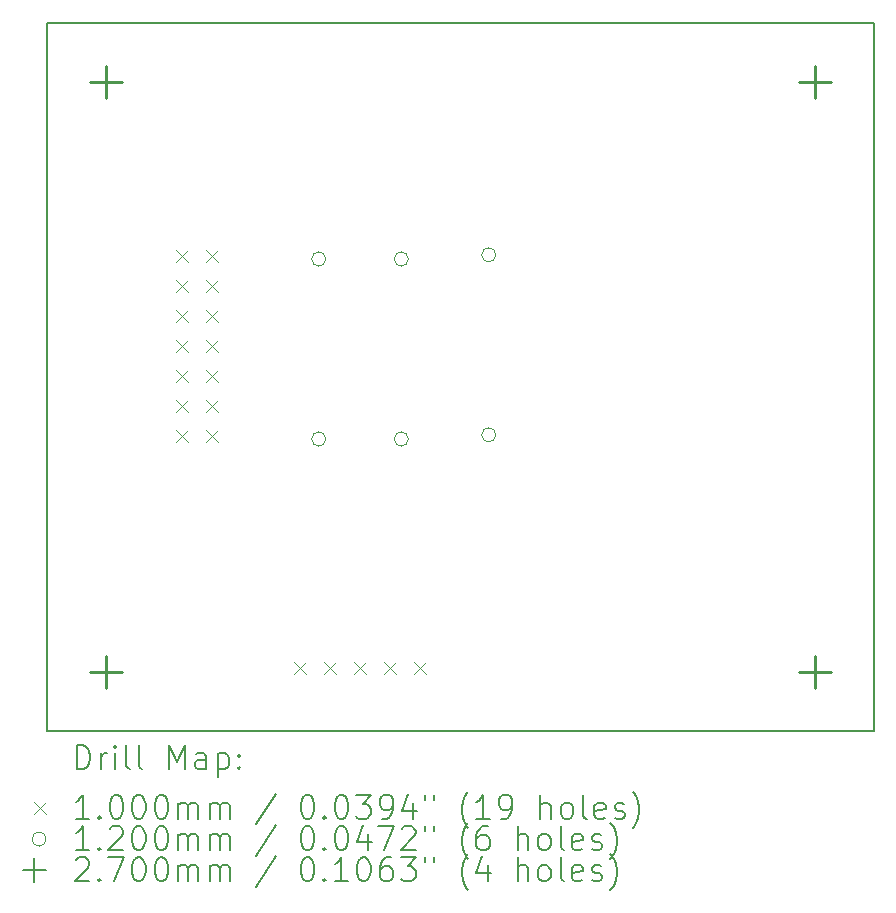
<source format=gbr>
%TF.GenerationSoftware,KiCad,Pcbnew,8.0.6*%
%TF.CreationDate,2025-01-14T22:15:54-05:00*%
%TF.ProjectId,rl78_debug_adapter_rev5,726c3738-5f64-4656-9275-675f61646170,rev?*%
%TF.SameCoordinates,Original*%
%TF.FileFunction,Drillmap*%
%TF.FilePolarity,Positive*%
%FSLAX45Y45*%
G04 Gerber Fmt 4.5, Leading zero omitted, Abs format (unit mm)*
G04 Created by KiCad (PCBNEW 8.0.6) date 2025-01-14 22:15:54*
%MOMM*%
%LPD*%
G01*
G04 APERTURE LIST*
%ADD10C,0.150000*%
%ADD11C,0.200000*%
%ADD12C,0.100000*%
%ADD13C,0.120000*%
%ADD14C,0.270000*%
G04 APERTURE END LIST*
D10*
X6000000Y-9000000D02*
X6000000Y-3000000D01*
X13000000Y-9000000D02*
X6000000Y-9000000D01*
X13000000Y-3000000D02*
X6000000Y-3000000D01*
X13000000Y-3000000D02*
X13000000Y-9000000D01*
D11*
D12*
X7096000Y-4926000D02*
X7196000Y-5026000D01*
X7196000Y-4926000D02*
X7096000Y-5026000D01*
X7096000Y-5180000D02*
X7196000Y-5280000D01*
X7196000Y-5180000D02*
X7096000Y-5280000D01*
X7096000Y-5434000D02*
X7196000Y-5534000D01*
X7196000Y-5434000D02*
X7096000Y-5534000D01*
X7096000Y-5688000D02*
X7196000Y-5788000D01*
X7196000Y-5688000D02*
X7096000Y-5788000D01*
X7096000Y-5942000D02*
X7196000Y-6042000D01*
X7196000Y-5942000D02*
X7096000Y-6042000D01*
X7096000Y-6196000D02*
X7196000Y-6296000D01*
X7196000Y-6196000D02*
X7096000Y-6296000D01*
X7096000Y-6450000D02*
X7196000Y-6550000D01*
X7196000Y-6450000D02*
X7096000Y-6550000D01*
X7350000Y-4926000D02*
X7450000Y-5026000D01*
X7450000Y-4926000D02*
X7350000Y-5026000D01*
X7350000Y-5180000D02*
X7450000Y-5280000D01*
X7450000Y-5180000D02*
X7350000Y-5280000D01*
X7350000Y-5434000D02*
X7450000Y-5534000D01*
X7450000Y-5434000D02*
X7350000Y-5534000D01*
X7350000Y-5688000D02*
X7450000Y-5788000D01*
X7450000Y-5688000D02*
X7350000Y-5788000D01*
X7350000Y-5942000D02*
X7450000Y-6042000D01*
X7450000Y-5942000D02*
X7350000Y-6042000D01*
X7350000Y-6196000D02*
X7450000Y-6296000D01*
X7450000Y-6196000D02*
X7350000Y-6296000D01*
X7350000Y-6450000D02*
X7450000Y-6550000D01*
X7450000Y-6450000D02*
X7350000Y-6550000D01*
X8090000Y-8415000D02*
X8190000Y-8515000D01*
X8190000Y-8415000D02*
X8090000Y-8515000D01*
X8344000Y-8415000D02*
X8444000Y-8515000D01*
X8444000Y-8415000D02*
X8344000Y-8515000D01*
X8598000Y-8415000D02*
X8698000Y-8515000D01*
X8698000Y-8415000D02*
X8598000Y-8515000D01*
X8852000Y-8415000D02*
X8952000Y-8515000D01*
X8952000Y-8415000D02*
X8852000Y-8515000D01*
X9106000Y-8415000D02*
X9206000Y-8515000D01*
X9206000Y-8415000D02*
X9106000Y-8515000D01*
D13*
X8360000Y-5000000D02*
G75*
G02*
X8240000Y-5000000I-60000J0D01*
G01*
X8240000Y-5000000D02*
G75*
G02*
X8360000Y-5000000I60000J0D01*
G01*
X8360000Y-6524000D02*
G75*
G02*
X8240000Y-6524000I-60000J0D01*
G01*
X8240000Y-6524000D02*
G75*
G02*
X8360000Y-6524000I60000J0D01*
G01*
X9060000Y-5000000D02*
G75*
G02*
X8940000Y-5000000I-60000J0D01*
G01*
X8940000Y-5000000D02*
G75*
G02*
X9060000Y-5000000I60000J0D01*
G01*
X9060000Y-6524000D02*
G75*
G02*
X8940000Y-6524000I-60000J0D01*
G01*
X8940000Y-6524000D02*
G75*
G02*
X9060000Y-6524000I60000J0D01*
G01*
X9800000Y-4965000D02*
G75*
G02*
X9680000Y-4965000I-60000J0D01*
G01*
X9680000Y-4965000D02*
G75*
G02*
X9800000Y-4965000I60000J0D01*
G01*
X9800000Y-6489000D02*
G75*
G02*
X9680000Y-6489000I-60000J0D01*
G01*
X9680000Y-6489000D02*
G75*
G02*
X9800000Y-6489000I60000J0D01*
G01*
D14*
X6500000Y-3365000D02*
X6500000Y-3635000D01*
X6365000Y-3500000D02*
X6635000Y-3500000D01*
X6500000Y-8365000D02*
X6500000Y-8635000D01*
X6365000Y-8500000D02*
X6635000Y-8500000D01*
X12500000Y-3365000D02*
X12500000Y-3635000D01*
X12365000Y-3500000D02*
X12635000Y-3500000D01*
X12500000Y-8365000D02*
X12500000Y-8635000D01*
X12365000Y-8500000D02*
X12635000Y-8500000D01*
D11*
X6253277Y-9318984D02*
X6253277Y-9118984D01*
X6253277Y-9118984D02*
X6300896Y-9118984D01*
X6300896Y-9118984D02*
X6329467Y-9128508D01*
X6329467Y-9128508D02*
X6348515Y-9147555D01*
X6348515Y-9147555D02*
X6358039Y-9166603D01*
X6358039Y-9166603D02*
X6367562Y-9204698D01*
X6367562Y-9204698D02*
X6367562Y-9233270D01*
X6367562Y-9233270D02*
X6358039Y-9271365D01*
X6358039Y-9271365D02*
X6348515Y-9290412D01*
X6348515Y-9290412D02*
X6329467Y-9309460D01*
X6329467Y-9309460D02*
X6300896Y-9318984D01*
X6300896Y-9318984D02*
X6253277Y-9318984D01*
X6453277Y-9318984D02*
X6453277Y-9185650D01*
X6453277Y-9223746D02*
X6462801Y-9204698D01*
X6462801Y-9204698D02*
X6472324Y-9195174D01*
X6472324Y-9195174D02*
X6491372Y-9185650D01*
X6491372Y-9185650D02*
X6510420Y-9185650D01*
X6577086Y-9318984D02*
X6577086Y-9185650D01*
X6577086Y-9118984D02*
X6567562Y-9128508D01*
X6567562Y-9128508D02*
X6577086Y-9138031D01*
X6577086Y-9138031D02*
X6586610Y-9128508D01*
X6586610Y-9128508D02*
X6577086Y-9118984D01*
X6577086Y-9118984D02*
X6577086Y-9138031D01*
X6700896Y-9318984D02*
X6681848Y-9309460D01*
X6681848Y-9309460D02*
X6672324Y-9290412D01*
X6672324Y-9290412D02*
X6672324Y-9118984D01*
X6805658Y-9318984D02*
X6786610Y-9309460D01*
X6786610Y-9309460D02*
X6777086Y-9290412D01*
X6777086Y-9290412D02*
X6777086Y-9118984D01*
X7034229Y-9318984D02*
X7034229Y-9118984D01*
X7034229Y-9118984D02*
X7100896Y-9261841D01*
X7100896Y-9261841D02*
X7167562Y-9118984D01*
X7167562Y-9118984D02*
X7167562Y-9318984D01*
X7348515Y-9318984D02*
X7348515Y-9214222D01*
X7348515Y-9214222D02*
X7338991Y-9195174D01*
X7338991Y-9195174D02*
X7319943Y-9185650D01*
X7319943Y-9185650D02*
X7281848Y-9185650D01*
X7281848Y-9185650D02*
X7262801Y-9195174D01*
X7348515Y-9309460D02*
X7329467Y-9318984D01*
X7329467Y-9318984D02*
X7281848Y-9318984D01*
X7281848Y-9318984D02*
X7262801Y-9309460D01*
X7262801Y-9309460D02*
X7253277Y-9290412D01*
X7253277Y-9290412D02*
X7253277Y-9271365D01*
X7253277Y-9271365D02*
X7262801Y-9252317D01*
X7262801Y-9252317D02*
X7281848Y-9242793D01*
X7281848Y-9242793D02*
X7329467Y-9242793D01*
X7329467Y-9242793D02*
X7348515Y-9233270D01*
X7443753Y-9185650D02*
X7443753Y-9385650D01*
X7443753Y-9195174D02*
X7462801Y-9185650D01*
X7462801Y-9185650D02*
X7500896Y-9185650D01*
X7500896Y-9185650D02*
X7519943Y-9195174D01*
X7519943Y-9195174D02*
X7529467Y-9204698D01*
X7529467Y-9204698D02*
X7538991Y-9223746D01*
X7538991Y-9223746D02*
X7538991Y-9280889D01*
X7538991Y-9280889D02*
X7529467Y-9299936D01*
X7529467Y-9299936D02*
X7519943Y-9309460D01*
X7519943Y-9309460D02*
X7500896Y-9318984D01*
X7500896Y-9318984D02*
X7462801Y-9318984D01*
X7462801Y-9318984D02*
X7443753Y-9309460D01*
X7624705Y-9299936D02*
X7634229Y-9309460D01*
X7634229Y-9309460D02*
X7624705Y-9318984D01*
X7624705Y-9318984D02*
X7615182Y-9309460D01*
X7615182Y-9309460D02*
X7624705Y-9299936D01*
X7624705Y-9299936D02*
X7624705Y-9318984D01*
X7624705Y-9195174D02*
X7634229Y-9204698D01*
X7634229Y-9204698D02*
X7624705Y-9214222D01*
X7624705Y-9214222D02*
X7615182Y-9204698D01*
X7615182Y-9204698D02*
X7624705Y-9195174D01*
X7624705Y-9195174D02*
X7624705Y-9214222D01*
D12*
X5892500Y-9597500D02*
X5992500Y-9697500D01*
X5992500Y-9597500D02*
X5892500Y-9697500D01*
D11*
X6358039Y-9738984D02*
X6243753Y-9738984D01*
X6300896Y-9738984D02*
X6300896Y-9538984D01*
X6300896Y-9538984D02*
X6281848Y-9567555D01*
X6281848Y-9567555D02*
X6262801Y-9586603D01*
X6262801Y-9586603D02*
X6243753Y-9596127D01*
X6443753Y-9719936D02*
X6453277Y-9729460D01*
X6453277Y-9729460D02*
X6443753Y-9738984D01*
X6443753Y-9738984D02*
X6434229Y-9729460D01*
X6434229Y-9729460D02*
X6443753Y-9719936D01*
X6443753Y-9719936D02*
X6443753Y-9738984D01*
X6577086Y-9538984D02*
X6596134Y-9538984D01*
X6596134Y-9538984D02*
X6615182Y-9548508D01*
X6615182Y-9548508D02*
X6624705Y-9558031D01*
X6624705Y-9558031D02*
X6634229Y-9577079D01*
X6634229Y-9577079D02*
X6643753Y-9615174D01*
X6643753Y-9615174D02*
X6643753Y-9662793D01*
X6643753Y-9662793D02*
X6634229Y-9700889D01*
X6634229Y-9700889D02*
X6624705Y-9719936D01*
X6624705Y-9719936D02*
X6615182Y-9729460D01*
X6615182Y-9729460D02*
X6596134Y-9738984D01*
X6596134Y-9738984D02*
X6577086Y-9738984D01*
X6577086Y-9738984D02*
X6558039Y-9729460D01*
X6558039Y-9729460D02*
X6548515Y-9719936D01*
X6548515Y-9719936D02*
X6538991Y-9700889D01*
X6538991Y-9700889D02*
X6529467Y-9662793D01*
X6529467Y-9662793D02*
X6529467Y-9615174D01*
X6529467Y-9615174D02*
X6538991Y-9577079D01*
X6538991Y-9577079D02*
X6548515Y-9558031D01*
X6548515Y-9558031D02*
X6558039Y-9548508D01*
X6558039Y-9548508D02*
X6577086Y-9538984D01*
X6767562Y-9538984D02*
X6786610Y-9538984D01*
X6786610Y-9538984D02*
X6805658Y-9548508D01*
X6805658Y-9548508D02*
X6815182Y-9558031D01*
X6815182Y-9558031D02*
X6824705Y-9577079D01*
X6824705Y-9577079D02*
X6834229Y-9615174D01*
X6834229Y-9615174D02*
X6834229Y-9662793D01*
X6834229Y-9662793D02*
X6824705Y-9700889D01*
X6824705Y-9700889D02*
X6815182Y-9719936D01*
X6815182Y-9719936D02*
X6805658Y-9729460D01*
X6805658Y-9729460D02*
X6786610Y-9738984D01*
X6786610Y-9738984D02*
X6767562Y-9738984D01*
X6767562Y-9738984D02*
X6748515Y-9729460D01*
X6748515Y-9729460D02*
X6738991Y-9719936D01*
X6738991Y-9719936D02*
X6729467Y-9700889D01*
X6729467Y-9700889D02*
X6719943Y-9662793D01*
X6719943Y-9662793D02*
X6719943Y-9615174D01*
X6719943Y-9615174D02*
X6729467Y-9577079D01*
X6729467Y-9577079D02*
X6738991Y-9558031D01*
X6738991Y-9558031D02*
X6748515Y-9548508D01*
X6748515Y-9548508D02*
X6767562Y-9538984D01*
X6958039Y-9538984D02*
X6977086Y-9538984D01*
X6977086Y-9538984D02*
X6996134Y-9548508D01*
X6996134Y-9548508D02*
X7005658Y-9558031D01*
X7005658Y-9558031D02*
X7015182Y-9577079D01*
X7015182Y-9577079D02*
X7024705Y-9615174D01*
X7024705Y-9615174D02*
X7024705Y-9662793D01*
X7024705Y-9662793D02*
X7015182Y-9700889D01*
X7015182Y-9700889D02*
X7005658Y-9719936D01*
X7005658Y-9719936D02*
X6996134Y-9729460D01*
X6996134Y-9729460D02*
X6977086Y-9738984D01*
X6977086Y-9738984D02*
X6958039Y-9738984D01*
X6958039Y-9738984D02*
X6938991Y-9729460D01*
X6938991Y-9729460D02*
X6929467Y-9719936D01*
X6929467Y-9719936D02*
X6919943Y-9700889D01*
X6919943Y-9700889D02*
X6910420Y-9662793D01*
X6910420Y-9662793D02*
X6910420Y-9615174D01*
X6910420Y-9615174D02*
X6919943Y-9577079D01*
X6919943Y-9577079D02*
X6929467Y-9558031D01*
X6929467Y-9558031D02*
X6938991Y-9548508D01*
X6938991Y-9548508D02*
X6958039Y-9538984D01*
X7110420Y-9738984D02*
X7110420Y-9605650D01*
X7110420Y-9624698D02*
X7119943Y-9615174D01*
X7119943Y-9615174D02*
X7138991Y-9605650D01*
X7138991Y-9605650D02*
X7167563Y-9605650D01*
X7167563Y-9605650D02*
X7186610Y-9615174D01*
X7186610Y-9615174D02*
X7196134Y-9634222D01*
X7196134Y-9634222D02*
X7196134Y-9738984D01*
X7196134Y-9634222D02*
X7205658Y-9615174D01*
X7205658Y-9615174D02*
X7224705Y-9605650D01*
X7224705Y-9605650D02*
X7253277Y-9605650D01*
X7253277Y-9605650D02*
X7272324Y-9615174D01*
X7272324Y-9615174D02*
X7281848Y-9634222D01*
X7281848Y-9634222D02*
X7281848Y-9738984D01*
X7377086Y-9738984D02*
X7377086Y-9605650D01*
X7377086Y-9624698D02*
X7386610Y-9615174D01*
X7386610Y-9615174D02*
X7405658Y-9605650D01*
X7405658Y-9605650D02*
X7434229Y-9605650D01*
X7434229Y-9605650D02*
X7453277Y-9615174D01*
X7453277Y-9615174D02*
X7462801Y-9634222D01*
X7462801Y-9634222D02*
X7462801Y-9738984D01*
X7462801Y-9634222D02*
X7472324Y-9615174D01*
X7472324Y-9615174D02*
X7491372Y-9605650D01*
X7491372Y-9605650D02*
X7519943Y-9605650D01*
X7519943Y-9605650D02*
X7538991Y-9615174D01*
X7538991Y-9615174D02*
X7548515Y-9634222D01*
X7548515Y-9634222D02*
X7548515Y-9738984D01*
X7938991Y-9529460D02*
X7767563Y-9786603D01*
X8196134Y-9538984D02*
X8215182Y-9538984D01*
X8215182Y-9538984D02*
X8234229Y-9548508D01*
X8234229Y-9548508D02*
X8243753Y-9558031D01*
X8243753Y-9558031D02*
X8253277Y-9577079D01*
X8253277Y-9577079D02*
X8262801Y-9615174D01*
X8262801Y-9615174D02*
X8262801Y-9662793D01*
X8262801Y-9662793D02*
X8253277Y-9700889D01*
X8253277Y-9700889D02*
X8243753Y-9719936D01*
X8243753Y-9719936D02*
X8234229Y-9729460D01*
X8234229Y-9729460D02*
X8215182Y-9738984D01*
X8215182Y-9738984D02*
X8196134Y-9738984D01*
X8196134Y-9738984D02*
X8177086Y-9729460D01*
X8177086Y-9729460D02*
X8167563Y-9719936D01*
X8167563Y-9719936D02*
X8158039Y-9700889D01*
X8158039Y-9700889D02*
X8148515Y-9662793D01*
X8148515Y-9662793D02*
X8148515Y-9615174D01*
X8148515Y-9615174D02*
X8158039Y-9577079D01*
X8158039Y-9577079D02*
X8167563Y-9558031D01*
X8167563Y-9558031D02*
X8177086Y-9548508D01*
X8177086Y-9548508D02*
X8196134Y-9538984D01*
X8348515Y-9719936D02*
X8358039Y-9729460D01*
X8358039Y-9729460D02*
X8348515Y-9738984D01*
X8348515Y-9738984D02*
X8338991Y-9729460D01*
X8338991Y-9729460D02*
X8348515Y-9719936D01*
X8348515Y-9719936D02*
X8348515Y-9738984D01*
X8481848Y-9538984D02*
X8500896Y-9538984D01*
X8500896Y-9538984D02*
X8519944Y-9548508D01*
X8519944Y-9548508D02*
X8529468Y-9558031D01*
X8529468Y-9558031D02*
X8538991Y-9577079D01*
X8538991Y-9577079D02*
X8548515Y-9615174D01*
X8548515Y-9615174D02*
X8548515Y-9662793D01*
X8548515Y-9662793D02*
X8538991Y-9700889D01*
X8538991Y-9700889D02*
X8529468Y-9719936D01*
X8529468Y-9719936D02*
X8519944Y-9729460D01*
X8519944Y-9729460D02*
X8500896Y-9738984D01*
X8500896Y-9738984D02*
X8481848Y-9738984D01*
X8481848Y-9738984D02*
X8462801Y-9729460D01*
X8462801Y-9729460D02*
X8453277Y-9719936D01*
X8453277Y-9719936D02*
X8443753Y-9700889D01*
X8443753Y-9700889D02*
X8434229Y-9662793D01*
X8434229Y-9662793D02*
X8434229Y-9615174D01*
X8434229Y-9615174D02*
X8443753Y-9577079D01*
X8443753Y-9577079D02*
X8453277Y-9558031D01*
X8453277Y-9558031D02*
X8462801Y-9548508D01*
X8462801Y-9548508D02*
X8481848Y-9538984D01*
X8615182Y-9538984D02*
X8738991Y-9538984D01*
X8738991Y-9538984D02*
X8672325Y-9615174D01*
X8672325Y-9615174D02*
X8700896Y-9615174D01*
X8700896Y-9615174D02*
X8719944Y-9624698D01*
X8719944Y-9624698D02*
X8729468Y-9634222D01*
X8729468Y-9634222D02*
X8738991Y-9653270D01*
X8738991Y-9653270D02*
X8738991Y-9700889D01*
X8738991Y-9700889D02*
X8729468Y-9719936D01*
X8729468Y-9719936D02*
X8719944Y-9729460D01*
X8719944Y-9729460D02*
X8700896Y-9738984D01*
X8700896Y-9738984D02*
X8643753Y-9738984D01*
X8643753Y-9738984D02*
X8624706Y-9729460D01*
X8624706Y-9729460D02*
X8615182Y-9719936D01*
X8834229Y-9738984D02*
X8872325Y-9738984D01*
X8872325Y-9738984D02*
X8891372Y-9729460D01*
X8891372Y-9729460D02*
X8900896Y-9719936D01*
X8900896Y-9719936D02*
X8919944Y-9691365D01*
X8919944Y-9691365D02*
X8929468Y-9653270D01*
X8929468Y-9653270D02*
X8929468Y-9577079D01*
X8929468Y-9577079D02*
X8919944Y-9558031D01*
X8919944Y-9558031D02*
X8910420Y-9548508D01*
X8910420Y-9548508D02*
X8891372Y-9538984D01*
X8891372Y-9538984D02*
X8853277Y-9538984D01*
X8853277Y-9538984D02*
X8834229Y-9548508D01*
X8834229Y-9548508D02*
X8824706Y-9558031D01*
X8824706Y-9558031D02*
X8815182Y-9577079D01*
X8815182Y-9577079D02*
X8815182Y-9624698D01*
X8815182Y-9624698D02*
X8824706Y-9643746D01*
X8824706Y-9643746D02*
X8834229Y-9653270D01*
X8834229Y-9653270D02*
X8853277Y-9662793D01*
X8853277Y-9662793D02*
X8891372Y-9662793D01*
X8891372Y-9662793D02*
X8910420Y-9653270D01*
X8910420Y-9653270D02*
X8919944Y-9643746D01*
X8919944Y-9643746D02*
X8929468Y-9624698D01*
X9100896Y-9605650D02*
X9100896Y-9738984D01*
X9053277Y-9529460D02*
X9005658Y-9672317D01*
X9005658Y-9672317D02*
X9129468Y-9672317D01*
X9196134Y-9538984D02*
X9196134Y-9577079D01*
X9272325Y-9538984D02*
X9272325Y-9577079D01*
X9567563Y-9815174D02*
X9558039Y-9805650D01*
X9558039Y-9805650D02*
X9538991Y-9777079D01*
X9538991Y-9777079D02*
X9529468Y-9758031D01*
X9529468Y-9758031D02*
X9519944Y-9729460D01*
X9519944Y-9729460D02*
X9510420Y-9681841D01*
X9510420Y-9681841D02*
X9510420Y-9643746D01*
X9510420Y-9643746D02*
X9519944Y-9596127D01*
X9519944Y-9596127D02*
X9529468Y-9567555D01*
X9529468Y-9567555D02*
X9538991Y-9548508D01*
X9538991Y-9548508D02*
X9558039Y-9519936D01*
X9558039Y-9519936D02*
X9567563Y-9510412D01*
X9748515Y-9738984D02*
X9634230Y-9738984D01*
X9691372Y-9738984D02*
X9691372Y-9538984D01*
X9691372Y-9538984D02*
X9672325Y-9567555D01*
X9672325Y-9567555D02*
X9653277Y-9586603D01*
X9653277Y-9586603D02*
X9634230Y-9596127D01*
X9843753Y-9738984D02*
X9881849Y-9738984D01*
X9881849Y-9738984D02*
X9900896Y-9729460D01*
X9900896Y-9729460D02*
X9910420Y-9719936D01*
X9910420Y-9719936D02*
X9929468Y-9691365D01*
X9929468Y-9691365D02*
X9938991Y-9653270D01*
X9938991Y-9653270D02*
X9938991Y-9577079D01*
X9938991Y-9577079D02*
X9929468Y-9558031D01*
X9929468Y-9558031D02*
X9919944Y-9548508D01*
X9919944Y-9548508D02*
X9900896Y-9538984D01*
X9900896Y-9538984D02*
X9862801Y-9538984D01*
X9862801Y-9538984D02*
X9843753Y-9548508D01*
X9843753Y-9548508D02*
X9834230Y-9558031D01*
X9834230Y-9558031D02*
X9824706Y-9577079D01*
X9824706Y-9577079D02*
X9824706Y-9624698D01*
X9824706Y-9624698D02*
X9834230Y-9643746D01*
X9834230Y-9643746D02*
X9843753Y-9653270D01*
X9843753Y-9653270D02*
X9862801Y-9662793D01*
X9862801Y-9662793D02*
X9900896Y-9662793D01*
X9900896Y-9662793D02*
X9919944Y-9653270D01*
X9919944Y-9653270D02*
X9929468Y-9643746D01*
X9929468Y-9643746D02*
X9938991Y-9624698D01*
X10177087Y-9738984D02*
X10177087Y-9538984D01*
X10262801Y-9738984D02*
X10262801Y-9634222D01*
X10262801Y-9634222D02*
X10253277Y-9615174D01*
X10253277Y-9615174D02*
X10234230Y-9605650D01*
X10234230Y-9605650D02*
X10205658Y-9605650D01*
X10205658Y-9605650D02*
X10186611Y-9615174D01*
X10186611Y-9615174D02*
X10177087Y-9624698D01*
X10386611Y-9738984D02*
X10367563Y-9729460D01*
X10367563Y-9729460D02*
X10358039Y-9719936D01*
X10358039Y-9719936D02*
X10348515Y-9700889D01*
X10348515Y-9700889D02*
X10348515Y-9643746D01*
X10348515Y-9643746D02*
X10358039Y-9624698D01*
X10358039Y-9624698D02*
X10367563Y-9615174D01*
X10367563Y-9615174D02*
X10386611Y-9605650D01*
X10386611Y-9605650D02*
X10415182Y-9605650D01*
X10415182Y-9605650D02*
X10434230Y-9615174D01*
X10434230Y-9615174D02*
X10443753Y-9624698D01*
X10443753Y-9624698D02*
X10453277Y-9643746D01*
X10453277Y-9643746D02*
X10453277Y-9700889D01*
X10453277Y-9700889D02*
X10443753Y-9719936D01*
X10443753Y-9719936D02*
X10434230Y-9729460D01*
X10434230Y-9729460D02*
X10415182Y-9738984D01*
X10415182Y-9738984D02*
X10386611Y-9738984D01*
X10567563Y-9738984D02*
X10548515Y-9729460D01*
X10548515Y-9729460D02*
X10538992Y-9710412D01*
X10538992Y-9710412D02*
X10538992Y-9538984D01*
X10719944Y-9729460D02*
X10700896Y-9738984D01*
X10700896Y-9738984D02*
X10662801Y-9738984D01*
X10662801Y-9738984D02*
X10643753Y-9729460D01*
X10643753Y-9729460D02*
X10634230Y-9710412D01*
X10634230Y-9710412D02*
X10634230Y-9634222D01*
X10634230Y-9634222D02*
X10643753Y-9615174D01*
X10643753Y-9615174D02*
X10662801Y-9605650D01*
X10662801Y-9605650D02*
X10700896Y-9605650D01*
X10700896Y-9605650D02*
X10719944Y-9615174D01*
X10719944Y-9615174D02*
X10729468Y-9634222D01*
X10729468Y-9634222D02*
X10729468Y-9653270D01*
X10729468Y-9653270D02*
X10634230Y-9672317D01*
X10805658Y-9729460D02*
X10824706Y-9738984D01*
X10824706Y-9738984D02*
X10862801Y-9738984D01*
X10862801Y-9738984D02*
X10881849Y-9729460D01*
X10881849Y-9729460D02*
X10891373Y-9710412D01*
X10891373Y-9710412D02*
X10891373Y-9700889D01*
X10891373Y-9700889D02*
X10881849Y-9681841D01*
X10881849Y-9681841D02*
X10862801Y-9672317D01*
X10862801Y-9672317D02*
X10834230Y-9672317D01*
X10834230Y-9672317D02*
X10815182Y-9662793D01*
X10815182Y-9662793D02*
X10805658Y-9643746D01*
X10805658Y-9643746D02*
X10805658Y-9634222D01*
X10805658Y-9634222D02*
X10815182Y-9615174D01*
X10815182Y-9615174D02*
X10834230Y-9605650D01*
X10834230Y-9605650D02*
X10862801Y-9605650D01*
X10862801Y-9605650D02*
X10881849Y-9615174D01*
X10958039Y-9815174D02*
X10967563Y-9805650D01*
X10967563Y-9805650D02*
X10986611Y-9777079D01*
X10986611Y-9777079D02*
X10996134Y-9758031D01*
X10996134Y-9758031D02*
X11005658Y-9729460D01*
X11005658Y-9729460D02*
X11015182Y-9681841D01*
X11015182Y-9681841D02*
X11015182Y-9643746D01*
X11015182Y-9643746D02*
X11005658Y-9596127D01*
X11005658Y-9596127D02*
X10996134Y-9567555D01*
X10996134Y-9567555D02*
X10986611Y-9548508D01*
X10986611Y-9548508D02*
X10967563Y-9519936D01*
X10967563Y-9519936D02*
X10958039Y-9510412D01*
D13*
X5992500Y-9911500D02*
G75*
G02*
X5872500Y-9911500I-60000J0D01*
G01*
X5872500Y-9911500D02*
G75*
G02*
X5992500Y-9911500I60000J0D01*
G01*
D11*
X6358039Y-10002984D02*
X6243753Y-10002984D01*
X6300896Y-10002984D02*
X6300896Y-9802984D01*
X6300896Y-9802984D02*
X6281848Y-9831555D01*
X6281848Y-9831555D02*
X6262801Y-9850603D01*
X6262801Y-9850603D02*
X6243753Y-9860127D01*
X6443753Y-9983936D02*
X6453277Y-9993460D01*
X6453277Y-9993460D02*
X6443753Y-10002984D01*
X6443753Y-10002984D02*
X6434229Y-9993460D01*
X6434229Y-9993460D02*
X6443753Y-9983936D01*
X6443753Y-9983936D02*
X6443753Y-10002984D01*
X6529467Y-9822031D02*
X6538991Y-9812508D01*
X6538991Y-9812508D02*
X6558039Y-9802984D01*
X6558039Y-9802984D02*
X6605658Y-9802984D01*
X6605658Y-9802984D02*
X6624705Y-9812508D01*
X6624705Y-9812508D02*
X6634229Y-9822031D01*
X6634229Y-9822031D02*
X6643753Y-9841079D01*
X6643753Y-9841079D02*
X6643753Y-9860127D01*
X6643753Y-9860127D02*
X6634229Y-9888698D01*
X6634229Y-9888698D02*
X6519943Y-10002984D01*
X6519943Y-10002984D02*
X6643753Y-10002984D01*
X6767562Y-9802984D02*
X6786610Y-9802984D01*
X6786610Y-9802984D02*
X6805658Y-9812508D01*
X6805658Y-9812508D02*
X6815182Y-9822031D01*
X6815182Y-9822031D02*
X6824705Y-9841079D01*
X6824705Y-9841079D02*
X6834229Y-9879174D01*
X6834229Y-9879174D02*
X6834229Y-9926793D01*
X6834229Y-9926793D02*
X6824705Y-9964889D01*
X6824705Y-9964889D02*
X6815182Y-9983936D01*
X6815182Y-9983936D02*
X6805658Y-9993460D01*
X6805658Y-9993460D02*
X6786610Y-10002984D01*
X6786610Y-10002984D02*
X6767562Y-10002984D01*
X6767562Y-10002984D02*
X6748515Y-9993460D01*
X6748515Y-9993460D02*
X6738991Y-9983936D01*
X6738991Y-9983936D02*
X6729467Y-9964889D01*
X6729467Y-9964889D02*
X6719943Y-9926793D01*
X6719943Y-9926793D02*
X6719943Y-9879174D01*
X6719943Y-9879174D02*
X6729467Y-9841079D01*
X6729467Y-9841079D02*
X6738991Y-9822031D01*
X6738991Y-9822031D02*
X6748515Y-9812508D01*
X6748515Y-9812508D02*
X6767562Y-9802984D01*
X6958039Y-9802984D02*
X6977086Y-9802984D01*
X6977086Y-9802984D02*
X6996134Y-9812508D01*
X6996134Y-9812508D02*
X7005658Y-9822031D01*
X7005658Y-9822031D02*
X7015182Y-9841079D01*
X7015182Y-9841079D02*
X7024705Y-9879174D01*
X7024705Y-9879174D02*
X7024705Y-9926793D01*
X7024705Y-9926793D02*
X7015182Y-9964889D01*
X7015182Y-9964889D02*
X7005658Y-9983936D01*
X7005658Y-9983936D02*
X6996134Y-9993460D01*
X6996134Y-9993460D02*
X6977086Y-10002984D01*
X6977086Y-10002984D02*
X6958039Y-10002984D01*
X6958039Y-10002984D02*
X6938991Y-9993460D01*
X6938991Y-9993460D02*
X6929467Y-9983936D01*
X6929467Y-9983936D02*
X6919943Y-9964889D01*
X6919943Y-9964889D02*
X6910420Y-9926793D01*
X6910420Y-9926793D02*
X6910420Y-9879174D01*
X6910420Y-9879174D02*
X6919943Y-9841079D01*
X6919943Y-9841079D02*
X6929467Y-9822031D01*
X6929467Y-9822031D02*
X6938991Y-9812508D01*
X6938991Y-9812508D02*
X6958039Y-9802984D01*
X7110420Y-10002984D02*
X7110420Y-9869650D01*
X7110420Y-9888698D02*
X7119943Y-9879174D01*
X7119943Y-9879174D02*
X7138991Y-9869650D01*
X7138991Y-9869650D02*
X7167563Y-9869650D01*
X7167563Y-9869650D02*
X7186610Y-9879174D01*
X7186610Y-9879174D02*
X7196134Y-9898222D01*
X7196134Y-9898222D02*
X7196134Y-10002984D01*
X7196134Y-9898222D02*
X7205658Y-9879174D01*
X7205658Y-9879174D02*
X7224705Y-9869650D01*
X7224705Y-9869650D02*
X7253277Y-9869650D01*
X7253277Y-9869650D02*
X7272324Y-9879174D01*
X7272324Y-9879174D02*
X7281848Y-9898222D01*
X7281848Y-9898222D02*
X7281848Y-10002984D01*
X7377086Y-10002984D02*
X7377086Y-9869650D01*
X7377086Y-9888698D02*
X7386610Y-9879174D01*
X7386610Y-9879174D02*
X7405658Y-9869650D01*
X7405658Y-9869650D02*
X7434229Y-9869650D01*
X7434229Y-9869650D02*
X7453277Y-9879174D01*
X7453277Y-9879174D02*
X7462801Y-9898222D01*
X7462801Y-9898222D02*
X7462801Y-10002984D01*
X7462801Y-9898222D02*
X7472324Y-9879174D01*
X7472324Y-9879174D02*
X7491372Y-9869650D01*
X7491372Y-9869650D02*
X7519943Y-9869650D01*
X7519943Y-9869650D02*
X7538991Y-9879174D01*
X7538991Y-9879174D02*
X7548515Y-9898222D01*
X7548515Y-9898222D02*
X7548515Y-10002984D01*
X7938991Y-9793460D02*
X7767563Y-10050603D01*
X8196134Y-9802984D02*
X8215182Y-9802984D01*
X8215182Y-9802984D02*
X8234229Y-9812508D01*
X8234229Y-9812508D02*
X8243753Y-9822031D01*
X8243753Y-9822031D02*
X8253277Y-9841079D01*
X8253277Y-9841079D02*
X8262801Y-9879174D01*
X8262801Y-9879174D02*
X8262801Y-9926793D01*
X8262801Y-9926793D02*
X8253277Y-9964889D01*
X8253277Y-9964889D02*
X8243753Y-9983936D01*
X8243753Y-9983936D02*
X8234229Y-9993460D01*
X8234229Y-9993460D02*
X8215182Y-10002984D01*
X8215182Y-10002984D02*
X8196134Y-10002984D01*
X8196134Y-10002984D02*
X8177086Y-9993460D01*
X8177086Y-9993460D02*
X8167563Y-9983936D01*
X8167563Y-9983936D02*
X8158039Y-9964889D01*
X8158039Y-9964889D02*
X8148515Y-9926793D01*
X8148515Y-9926793D02*
X8148515Y-9879174D01*
X8148515Y-9879174D02*
X8158039Y-9841079D01*
X8158039Y-9841079D02*
X8167563Y-9822031D01*
X8167563Y-9822031D02*
X8177086Y-9812508D01*
X8177086Y-9812508D02*
X8196134Y-9802984D01*
X8348515Y-9983936D02*
X8358039Y-9993460D01*
X8358039Y-9993460D02*
X8348515Y-10002984D01*
X8348515Y-10002984D02*
X8338991Y-9993460D01*
X8338991Y-9993460D02*
X8348515Y-9983936D01*
X8348515Y-9983936D02*
X8348515Y-10002984D01*
X8481848Y-9802984D02*
X8500896Y-9802984D01*
X8500896Y-9802984D02*
X8519944Y-9812508D01*
X8519944Y-9812508D02*
X8529468Y-9822031D01*
X8529468Y-9822031D02*
X8538991Y-9841079D01*
X8538991Y-9841079D02*
X8548515Y-9879174D01*
X8548515Y-9879174D02*
X8548515Y-9926793D01*
X8548515Y-9926793D02*
X8538991Y-9964889D01*
X8538991Y-9964889D02*
X8529468Y-9983936D01*
X8529468Y-9983936D02*
X8519944Y-9993460D01*
X8519944Y-9993460D02*
X8500896Y-10002984D01*
X8500896Y-10002984D02*
X8481848Y-10002984D01*
X8481848Y-10002984D02*
X8462801Y-9993460D01*
X8462801Y-9993460D02*
X8453277Y-9983936D01*
X8453277Y-9983936D02*
X8443753Y-9964889D01*
X8443753Y-9964889D02*
X8434229Y-9926793D01*
X8434229Y-9926793D02*
X8434229Y-9879174D01*
X8434229Y-9879174D02*
X8443753Y-9841079D01*
X8443753Y-9841079D02*
X8453277Y-9822031D01*
X8453277Y-9822031D02*
X8462801Y-9812508D01*
X8462801Y-9812508D02*
X8481848Y-9802984D01*
X8719944Y-9869650D02*
X8719944Y-10002984D01*
X8672325Y-9793460D02*
X8624706Y-9936317D01*
X8624706Y-9936317D02*
X8748515Y-9936317D01*
X8805658Y-9802984D02*
X8938991Y-9802984D01*
X8938991Y-9802984D02*
X8853277Y-10002984D01*
X9005658Y-9822031D02*
X9015182Y-9812508D01*
X9015182Y-9812508D02*
X9034229Y-9802984D01*
X9034229Y-9802984D02*
X9081849Y-9802984D01*
X9081849Y-9802984D02*
X9100896Y-9812508D01*
X9100896Y-9812508D02*
X9110420Y-9822031D01*
X9110420Y-9822031D02*
X9119944Y-9841079D01*
X9119944Y-9841079D02*
X9119944Y-9860127D01*
X9119944Y-9860127D02*
X9110420Y-9888698D01*
X9110420Y-9888698D02*
X8996134Y-10002984D01*
X8996134Y-10002984D02*
X9119944Y-10002984D01*
X9196134Y-9802984D02*
X9196134Y-9841079D01*
X9272325Y-9802984D02*
X9272325Y-9841079D01*
X9567563Y-10079174D02*
X9558039Y-10069650D01*
X9558039Y-10069650D02*
X9538991Y-10041079D01*
X9538991Y-10041079D02*
X9529468Y-10022031D01*
X9529468Y-10022031D02*
X9519944Y-9993460D01*
X9519944Y-9993460D02*
X9510420Y-9945841D01*
X9510420Y-9945841D02*
X9510420Y-9907746D01*
X9510420Y-9907746D02*
X9519944Y-9860127D01*
X9519944Y-9860127D02*
X9529468Y-9831555D01*
X9529468Y-9831555D02*
X9538991Y-9812508D01*
X9538991Y-9812508D02*
X9558039Y-9783936D01*
X9558039Y-9783936D02*
X9567563Y-9774412D01*
X9729468Y-9802984D02*
X9691372Y-9802984D01*
X9691372Y-9802984D02*
X9672325Y-9812508D01*
X9672325Y-9812508D02*
X9662801Y-9822031D01*
X9662801Y-9822031D02*
X9643753Y-9850603D01*
X9643753Y-9850603D02*
X9634230Y-9888698D01*
X9634230Y-9888698D02*
X9634230Y-9964889D01*
X9634230Y-9964889D02*
X9643753Y-9983936D01*
X9643753Y-9983936D02*
X9653277Y-9993460D01*
X9653277Y-9993460D02*
X9672325Y-10002984D01*
X9672325Y-10002984D02*
X9710420Y-10002984D01*
X9710420Y-10002984D02*
X9729468Y-9993460D01*
X9729468Y-9993460D02*
X9738991Y-9983936D01*
X9738991Y-9983936D02*
X9748515Y-9964889D01*
X9748515Y-9964889D02*
X9748515Y-9917270D01*
X9748515Y-9917270D02*
X9738991Y-9898222D01*
X9738991Y-9898222D02*
X9729468Y-9888698D01*
X9729468Y-9888698D02*
X9710420Y-9879174D01*
X9710420Y-9879174D02*
X9672325Y-9879174D01*
X9672325Y-9879174D02*
X9653277Y-9888698D01*
X9653277Y-9888698D02*
X9643753Y-9898222D01*
X9643753Y-9898222D02*
X9634230Y-9917270D01*
X9986611Y-10002984D02*
X9986611Y-9802984D01*
X10072325Y-10002984D02*
X10072325Y-9898222D01*
X10072325Y-9898222D02*
X10062801Y-9879174D01*
X10062801Y-9879174D02*
X10043753Y-9869650D01*
X10043753Y-9869650D02*
X10015182Y-9869650D01*
X10015182Y-9869650D02*
X9996134Y-9879174D01*
X9996134Y-9879174D02*
X9986611Y-9888698D01*
X10196134Y-10002984D02*
X10177087Y-9993460D01*
X10177087Y-9993460D02*
X10167563Y-9983936D01*
X10167563Y-9983936D02*
X10158039Y-9964889D01*
X10158039Y-9964889D02*
X10158039Y-9907746D01*
X10158039Y-9907746D02*
X10167563Y-9888698D01*
X10167563Y-9888698D02*
X10177087Y-9879174D01*
X10177087Y-9879174D02*
X10196134Y-9869650D01*
X10196134Y-9869650D02*
X10224706Y-9869650D01*
X10224706Y-9869650D02*
X10243753Y-9879174D01*
X10243753Y-9879174D02*
X10253277Y-9888698D01*
X10253277Y-9888698D02*
X10262801Y-9907746D01*
X10262801Y-9907746D02*
X10262801Y-9964889D01*
X10262801Y-9964889D02*
X10253277Y-9983936D01*
X10253277Y-9983936D02*
X10243753Y-9993460D01*
X10243753Y-9993460D02*
X10224706Y-10002984D01*
X10224706Y-10002984D02*
X10196134Y-10002984D01*
X10377087Y-10002984D02*
X10358039Y-9993460D01*
X10358039Y-9993460D02*
X10348515Y-9974412D01*
X10348515Y-9974412D02*
X10348515Y-9802984D01*
X10529468Y-9993460D02*
X10510420Y-10002984D01*
X10510420Y-10002984D02*
X10472325Y-10002984D01*
X10472325Y-10002984D02*
X10453277Y-9993460D01*
X10453277Y-9993460D02*
X10443753Y-9974412D01*
X10443753Y-9974412D02*
X10443753Y-9898222D01*
X10443753Y-9898222D02*
X10453277Y-9879174D01*
X10453277Y-9879174D02*
X10472325Y-9869650D01*
X10472325Y-9869650D02*
X10510420Y-9869650D01*
X10510420Y-9869650D02*
X10529468Y-9879174D01*
X10529468Y-9879174D02*
X10538992Y-9898222D01*
X10538992Y-9898222D02*
X10538992Y-9917270D01*
X10538992Y-9917270D02*
X10443753Y-9936317D01*
X10615182Y-9993460D02*
X10634230Y-10002984D01*
X10634230Y-10002984D02*
X10672325Y-10002984D01*
X10672325Y-10002984D02*
X10691373Y-9993460D01*
X10691373Y-9993460D02*
X10700896Y-9974412D01*
X10700896Y-9974412D02*
X10700896Y-9964889D01*
X10700896Y-9964889D02*
X10691373Y-9945841D01*
X10691373Y-9945841D02*
X10672325Y-9936317D01*
X10672325Y-9936317D02*
X10643753Y-9936317D01*
X10643753Y-9936317D02*
X10624706Y-9926793D01*
X10624706Y-9926793D02*
X10615182Y-9907746D01*
X10615182Y-9907746D02*
X10615182Y-9898222D01*
X10615182Y-9898222D02*
X10624706Y-9879174D01*
X10624706Y-9879174D02*
X10643753Y-9869650D01*
X10643753Y-9869650D02*
X10672325Y-9869650D01*
X10672325Y-9869650D02*
X10691373Y-9879174D01*
X10767563Y-10079174D02*
X10777087Y-10069650D01*
X10777087Y-10069650D02*
X10796134Y-10041079D01*
X10796134Y-10041079D02*
X10805658Y-10022031D01*
X10805658Y-10022031D02*
X10815182Y-9993460D01*
X10815182Y-9993460D02*
X10824706Y-9945841D01*
X10824706Y-9945841D02*
X10824706Y-9907746D01*
X10824706Y-9907746D02*
X10815182Y-9860127D01*
X10815182Y-9860127D02*
X10805658Y-9831555D01*
X10805658Y-9831555D02*
X10796134Y-9812508D01*
X10796134Y-9812508D02*
X10777087Y-9783936D01*
X10777087Y-9783936D02*
X10767563Y-9774412D01*
X5892500Y-10075500D02*
X5892500Y-10275500D01*
X5792500Y-10175500D02*
X5992500Y-10175500D01*
X6243753Y-10086031D02*
X6253277Y-10076508D01*
X6253277Y-10076508D02*
X6272324Y-10066984D01*
X6272324Y-10066984D02*
X6319943Y-10066984D01*
X6319943Y-10066984D02*
X6338991Y-10076508D01*
X6338991Y-10076508D02*
X6348515Y-10086031D01*
X6348515Y-10086031D02*
X6358039Y-10105079D01*
X6358039Y-10105079D02*
X6358039Y-10124127D01*
X6358039Y-10124127D02*
X6348515Y-10152698D01*
X6348515Y-10152698D02*
X6234229Y-10266984D01*
X6234229Y-10266984D02*
X6358039Y-10266984D01*
X6443753Y-10247936D02*
X6453277Y-10257460D01*
X6453277Y-10257460D02*
X6443753Y-10266984D01*
X6443753Y-10266984D02*
X6434229Y-10257460D01*
X6434229Y-10257460D02*
X6443753Y-10247936D01*
X6443753Y-10247936D02*
X6443753Y-10266984D01*
X6519943Y-10066984D02*
X6653277Y-10066984D01*
X6653277Y-10066984D02*
X6567562Y-10266984D01*
X6767562Y-10066984D02*
X6786610Y-10066984D01*
X6786610Y-10066984D02*
X6805658Y-10076508D01*
X6805658Y-10076508D02*
X6815182Y-10086031D01*
X6815182Y-10086031D02*
X6824705Y-10105079D01*
X6824705Y-10105079D02*
X6834229Y-10143174D01*
X6834229Y-10143174D02*
X6834229Y-10190793D01*
X6834229Y-10190793D02*
X6824705Y-10228889D01*
X6824705Y-10228889D02*
X6815182Y-10247936D01*
X6815182Y-10247936D02*
X6805658Y-10257460D01*
X6805658Y-10257460D02*
X6786610Y-10266984D01*
X6786610Y-10266984D02*
X6767562Y-10266984D01*
X6767562Y-10266984D02*
X6748515Y-10257460D01*
X6748515Y-10257460D02*
X6738991Y-10247936D01*
X6738991Y-10247936D02*
X6729467Y-10228889D01*
X6729467Y-10228889D02*
X6719943Y-10190793D01*
X6719943Y-10190793D02*
X6719943Y-10143174D01*
X6719943Y-10143174D02*
X6729467Y-10105079D01*
X6729467Y-10105079D02*
X6738991Y-10086031D01*
X6738991Y-10086031D02*
X6748515Y-10076508D01*
X6748515Y-10076508D02*
X6767562Y-10066984D01*
X6958039Y-10066984D02*
X6977086Y-10066984D01*
X6977086Y-10066984D02*
X6996134Y-10076508D01*
X6996134Y-10076508D02*
X7005658Y-10086031D01*
X7005658Y-10086031D02*
X7015182Y-10105079D01*
X7015182Y-10105079D02*
X7024705Y-10143174D01*
X7024705Y-10143174D02*
X7024705Y-10190793D01*
X7024705Y-10190793D02*
X7015182Y-10228889D01*
X7015182Y-10228889D02*
X7005658Y-10247936D01*
X7005658Y-10247936D02*
X6996134Y-10257460D01*
X6996134Y-10257460D02*
X6977086Y-10266984D01*
X6977086Y-10266984D02*
X6958039Y-10266984D01*
X6958039Y-10266984D02*
X6938991Y-10257460D01*
X6938991Y-10257460D02*
X6929467Y-10247936D01*
X6929467Y-10247936D02*
X6919943Y-10228889D01*
X6919943Y-10228889D02*
X6910420Y-10190793D01*
X6910420Y-10190793D02*
X6910420Y-10143174D01*
X6910420Y-10143174D02*
X6919943Y-10105079D01*
X6919943Y-10105079D02*
X6929467Y-10086031D01*
X6929467Y-10086031D02*
X6938991Y-10076508D01*
X6938991Y-10076508D02*
X6958039Y-10066984D01*
X7110420Y-10266984D02*
X7110420Y-10133650D01*
X7110420Y-10152698D02*
X7119943Y-10143174D01*
X7119943Y-10143174D02*
X7138991Y-10133650D01*
X7138991Y-10133650D02*
X7167563Y-10133650D01*
X7167563Y-10133650D02*
X7186610Y-10143174D01*
X7186610Y-10143174D02*
X7196134Y-10162222D01*
X7196134Y-10162222D02*
X7196134Y-10266984D01*
X7196134Y-10162222D02*
X7205658Y-10143174D01*
X7205658Y-10143174D02*
X7224705Y-10133650D01*
X7224705Y-10133650D02*
X7253277Y-10133650D01*
X7253277Y-10133650D02*
X7272324Y-10143174D01*
X7272324Y-10143174D02*
X7281848Y-10162222D01*
X7281848Y-10162222D02*
X7281848Y-10266984D01*
X7377086Y-10266984D02*
X7377086Y-10133650D01*
X7377086Y-10152698D02*
X7386610Y-10143174D01*
X7386610Y-10143174D02*
X7405658Y-10133650D01*
X7405658Y-10133650D02*
X7434229Y-10133650D01*
X7434229Y-10133650D02*
X7453277Y-10143174D01*
X7453277Y-10143174D02*
X7462801Y-10162222D01*
X7462801Y-10162222D02*
X7462801Y-10266984D01*
X7462801Y-10162222D02*
X7472324Y-10143174D01*
X7472324Y-10143174D02*
X7491372Y-10133650D01*
X7491372Y-10133650D02*
X7519943Y-10133650D01*
X7519943Y-10133650D02*
X7538991Y-10143174D01*
X7538991Y-10143174D02*
X7548515Y-10162222D01*
X7548515Y-10162222D02*
X7548515Y-10266984D01*
X7938991Y-10057460D02*
X7767563Y-10314603D01*
X8196134Y-10066984D02*
X8215182Y-10066984D01*
X8215182Y-10066984D02*
X8234229Y-10076508D01*
X8234229Y-10076508D02*
X8243753Y-10086031D01*
X8243753Y-10086031D02*
X8253277Y-10105079D01*
X8253277Y-10105079D02*
X8262801Y-10143174D01*
X8262801Y-10143174D02*
X8262801Y-10190793D01*
X8262801Y-10190793D02*
X8253277Y-10228889D01*
X8253277Y-10228889D02*
X8243753Y-10247936D01*
X8243753Y-10247936D02*
X8234229Y-10257460D01*
X8234229Y-10257460D02*
X8215182Y-10266984D01*
X8215182Y-10266984D02*
X8196134Y-10266984D01*
X8196134Y-10266984D02*
X8177086Y-10257460D01*
X8177086Y-10257460D02*
X8167563Y-10247936D01*
X8167563Y-10247936D02*
X8158039Y-10228889D01*
X8158039Y-10228889D02*
X8148515Y-10190793D01*
X8148515Y-10190793D02*
X8148515Y-10143174D01*
X8148515Y-10143174D02*
X8158039Y-10105079D01*
X8158039Y-10105079D02*
X8167563Y-10086031D01*
X8167563Y-10086031D02*
X8177086Y-10076508D01*
X8177086Y-10076508D02*
X8196134Y-10066984D01*
X8348515Y-10247936D02*
X8358039Y-10257460D01*
X8358039Y-10257460D02*
X8348515Y-10266984D01*
X8348515Y-10266984D02*
X8338991Y-10257460D01*
X8338991Y-10257460D02*
X8348515Y-10247936D01*
X8348515Y-10247936D02*
X8348515Y-10266984D01*
X8548515Y-10266984D02*
X8434229Y-10266984D01*
X8491372Y-10266984D02*
X8491372Y-10066984D01*
X8491372Y-10066984D02*
X8472325Y-10095555D01*
X8472325Y-10095555D02*
X8453277Y-10114603D01*
X8453277Y-10114603D02*
X8434229Y-10124127D01*
X8672325Y-10066984D02*
X8691372Y-10066984D01*
X8691372Y-10066984D02*
X8710420Y-10076508D01*
X8710420Y-10076508D02*
X8719944Y-10086031D01*
X8719944Y-10086031D02*
X8729468Y-10105079D01*
X8729468Y-10105079D02*
X8738991Y-10143174D01*
X8738991Y-10143174D02*
X8738991Y-10190793D01*
X8738991Y-10190793D02*
X8729468Y-10228889D01*
X8729468Y-10228889D02*
X8719944Y-10247936D01*
X8719944Y-10247936D02*
X8710420Y-10257460D01*
X8710420Y-10257460D02*
X8691372Y-10266984D01*
X8691372Y-10266984D02*
X8672325Y-10266984D01*
X8672325Y-10266984D02*
X8653277Y-10257460D01*
X8653277Y-10257460D02*
X8643753Y-10247936D01*
X8643753Y-10247936D02*
X8634229Y-10228889D01*
X8634229Y-10228889D02*
X8624706Y-10190793D01*
X8624706Y-10190793D02*
X8624706Y-10143174D01*
X8624706Y-10143174D02*
X8634229Y-10105079D01*
X8634229Y-10105079D02*
X8643753Y-10086031D01*
X8643753Y-10086031D02*
X8653277Y-10076508D01*
X8653277Y-10076508D02*
X8672325Y-10066984D01*
X8910420Y-10066984D02*
X8872325Y-10066984D01*
X8872325Y-10066984D02*
X8853277Y-10076508D01*
X8853277Y-10076508D02*
X8843753Y-10086031D01*
X8843753Y-10086031D02*
X8824706Y-10114603D01*
X8824706Y-10114603D02*
X8815182Y-10152698D01*
X8815182Y-10152698D02*
X8815182Y-10228889D01*
X8815182Y-10228889D02*
X8824706Y-10247936D01*
X8824706Y-10247936D02*
X8834229Y-10257460D01*
X8834229Y-10257460D02*
X8853277Y-10266984D01*
X8853277Y-10266984D02*
X8891372Y-10266984D01*
X8891372Y-10266984D02*
X8910420Y-10257460D01*
X8910420Y-10257460D02*
X8919944Y-10247936D01*
X8919944Y-10247936D02*
X8929468Y-10228889D01*
X8929468Y-10228889D02*
X8929468Y-10181270D01*
X8929468Y-10181270D02*
X8919944Y-10162222D01*
X8919944Y-10162222D02*
X8910420Y-10152698D01*
X8910420Y-10152698D02*
X8891372Y-10143174D01*
X8891372Y-10143174D02*
X8853277Y-10143174D01*
X8853277Y-10143174D02*
X8834229Y-10152698D01*
X8834229Y-10152698D02*
X8824706Y-10162222D01*
X8824706Y-10162222D02*
X8815182Y-10181270D01*
X8996134Y-10066984D02*
X9119944Y-10066984D01*
X9119944Y-10066984D02*
X9053277Y-10143174D01*
X9053277Y-10143174D02*
X9081849Y-10143174D01*
X9081849Y-10143174D02*
X9100896Y-10152698D01*
X9100896Y-10152698D02*
X9110420Y-10162222D01*
X9110420Y-10162222D02*
X9119944Y-10181270D01*
X9119944Y-10181270D02*
X9119944Y-10228889D01*
X9119944Y-10228889D02*
X9110420Y-10247936D01*
X9110420Y-10247936D02*
X9100896Y-10257460D01*
X9100896Y-10257460D02*
X9081849Y-10266984D01*
X9081849Y-10266984D02*
X9024706Y-10266984D01*
X9024706Y-10266984D02*
X9005658Y-10257460D01*
X9005658Y-10257460D02*
X8996134Y-10247936D01*
X9196134Y-10066984D02*
X9196134Y-10105079D01*
X9272325Y-10066984D02*
X9272325Y-10105079D01*
X9567563Y-10343174D02*
X9558039Y-10333650D01*
X9558039Y-10333650D02*
X9538991Y-10305079D01*
X9538991Y-10305079D02*
X9529468Y-10286031D01*
X9529468Y-10286031D02*
X9519944Y-10257460D01*
X9519944Y-10257460D02*
X9510420Y-10209841D01*
X9510420Y-10209841D02*
X9510420Y-10171746D01*
X9510420Y-10171746D02*
X9519944Y-10124127D01*
X9519944Y-10124127D02*
X9529468Y-10095555D01*
X9529468Y-10095555D02*
X9538991Y-10076508D01*
X9538991Y-10076508D02*
X9558039Y-10047936D01*
X9558039Y-10047936D02*
X9567563Y-10038412D01*
X9729468Y-10133650D02*
X9729468Y-10266984D01*
X9681849Y-10057460D02*
X9634230Y-10200317D01*
X9634230Y-10200317D02*
X9758039Y-10200317D01*
X9986611Y-10266984D02*
X9986611Y-10066984D01*
X10072325Y-10266984D02*
X10072325Y-10162222D01*
X10072325Y-10162222D02*
X10062801Y-10143174D01*
X10062801Y-10143174D02*
X10043753Y-10133650D01*
X10043753Y-10133650D02*
X10015182Y-10133650D01*
X10015182Y-10133650D02*
X9996134Y-10143174D01*
X9996134Y-10143174D02*
X9986611Y-10152698D01*
X10196134Y-10266984D02*
X10177087Y-10257460D01*
X10177087Y-10257460D02*
X10167563Y-10247936D01*
X10167563Y-10247936D02*
X10158039Y-10228889D01*
X10158039Y-10228889D02*
X10158039Y-10171746D01*
X10158039Y-10171746D02*
X10167563Y-10152698D01*
X10167563Y-10152698D02*
X10177087Y-10143174D01*
X10177087Y-10143174D02*
X10196134Y-10133650D01*
X10196134Y-10133650D02*
X10224706Y-10133650D01*
X10224706Y-10133650D02*
X10243753Y-10143174D01*
X10243753Y-10143174D02*
X10253277Y-10152698D01*
X10253277Y-10152698D02*
X10262801Y-10171746D01*
X10262801Y-10171746D02*
X10262801Y-10228889D01*
X10262801Y-10228889D02*
X10253277Y-10247936D01*
X10253277Y-10247936D02*
X10243753Y-10257460D01*
X10243753Y-10257460D02*
X10224706Y-10266984D01*
X10224706Y-10266984D02*
X10196134Y-10266984D01*
X10377087Y-10266984D02*
X10358039Y-10257460D01*
X10358039Y-10257460D02*
X10348515Y-10238412D01*
X10348515Y-10238412D02*
X10348515Y-10066984D01*
X10529468Y-10257460D02*
X10510420Y-10266984D01*
X10510420Y-10266984D02*
X10472325Y-10266984D01*
X10472325Y-10266984D02*
X10453277Y-10257460D01*
X10453277Y-10257460D02*
X10443753Y-10238412D01*
X10443753Y-10238412D02*
X10443753Y-10162222D01*
X10443753Y-10162222D02*
X10453277Y-10143174D01*
X10453277Y-10143174D02*
X10472325Y-10133650D01*
X10472325Y-10133650D02*
X10510420Y-10133650D01*
X10510420Y-10133650D02*
X10529468Y-10143174D01*
X10529468Y-10143174D02*
X10538992Y-10162222D01*
X10538992Y-10162222D02*
X10538992Y-10181270D01*
X10538992Y-10181270D02*
X10443753Y-10200317D01*
X10615182Y-10257460D02*
X10634230Y-10266984D01*
X10634230Y-10266984D02*
X10672325Y-10266984D01*
X10672325Y-10266984D02*
X10691373Y-10257460D01*
X10691373Y-10257460D02*
X10700896Y-10238412D01*
X10700896Y-10238412D02*
X10700896Y-10228889D01*
X10700896Y-10228889D02*
X10691373Y-10209841D01*
X10691373Y-10209841D02*
X10672325Y-10200317D01*
X10672325Y-10200317D02*
X10643753Y-10200317D01*
X10643753Y-10200317D02*
X10624706Y-10190793D01*
X10624706Y-10190793D02*
X10615182Y-10171746D01*
X10615182Y-10171746D02*
X10615182Y-10162222D01*
X10615182Y-10162222D02*
X10624706Y-10143174D01*
X10624706Y-10143174D02*
X10643753Y-10133650D01*
X10643753Y-10133650D02*
X10672325Y-10133650D01*
X10672325Y-10133650D02*
X10691373Y-10143174D01*
X10767563Y-10343174D02*
X10777087Y-10333650D01*
X10777087Y-10333650D02*
X10796134Y-10305079D01*
X10796134Y-10305079D02*
X10805658Y-10286031D01*
X10805658Y-10286031D02*
X10815182Y-10257460D01*
X10815182Y-10257460D02*
X10824706Y-10209841D01*
X10824706Y-10209841D02*
X10824706Y-10171746D01*
X10824706Y-10171746D02*
X10815182Y-10124127D01*
X10815182Y-10124127D02*
X10805658Y-10095555D01*
X10805658Y-10095555D02*
X10796134Y-10076508D01*
X10796134Y-10076508D02*
X10777087Y-10047936D01*
X10777087Y-10047936D02*
X10767563Y-10038412D01*
M02*

</source>
